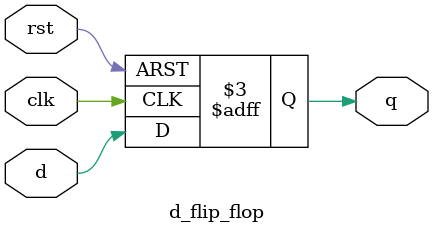
<source format=v>
/*******************************************************************
*
* Module: d_flip_flop.v
* Project: Serial_Parallel_Multiplier
* Author: Ahmed Refaay - refaay@aucegypt.edu
* Description: basic D flip flop sequential circuit
*
* Change history: 02/16/18 – Finished module
*
**********************************************************************/

`include "src/global_numerics.v"

module d_flip_flop(clk, rst, d, q);
    input wire [0:0] clk; // global clk
    input wire [0:0] rst; // global reset
    
    input wire [0:0] d; // D input
    output reg [0:0] q; // Q output

    always @(posedge clk or negedge rst) begin
        if (~rst) begin // asynchronous active low reset
            q <= 1'b0;
        end
        else begin
            q <= d;
        end
    end
endmodule
</source>
